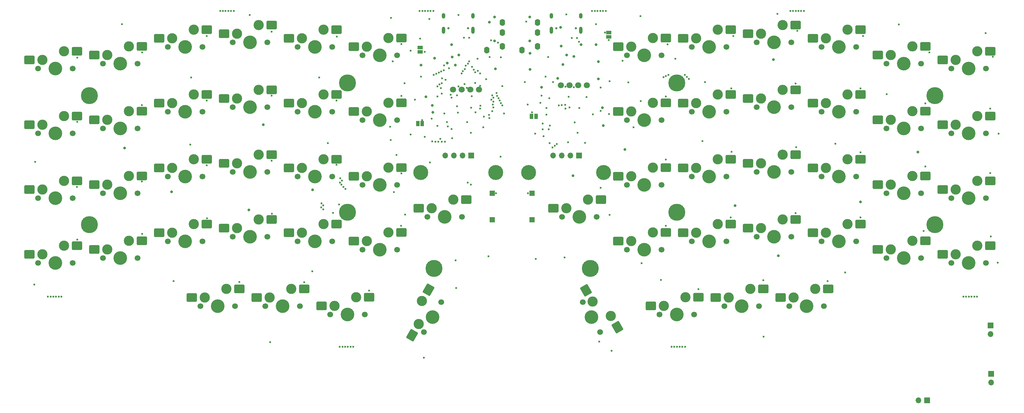
<source format=gbs>
G04 #@! TF.GenerationSoftware,KiCad,Pcbnew,8.0.7*
G04 #@! TF.CreationDate,2025-01-29T20:00:51+13:00*
G04 #@! TF.ProjectId,Koca,4b6f6361-2e6b-4696-9361-645f70636258,3*
G04 #@! TF.SameCoordinates,Original*
G04 #@! TF.FileFunction,Soldermask,Bot*
G04 #@! TF.FilePolarity,Negative*
%FSLAX46Y46*%
G04 Gerber Fmt 4.6, Leading zero omitted, Abs format (unit mm)*
G04 Created by KiCad (PCBNEW 8.0.7) date 2025-01-29 20:00:51*
%MOMM*%
%LPD*%
G01*
G04 APERTURE LIST*
G04 Aperture macros list*
%AMRoundRect*
0 Rectangle with rounded corners*
0 $1 Rounding radius*
0 $2 $3 $4 $5 $6 $7 $8 $9 X,Y pos of 4 corners*
0 Add a 4 corners polygon primitive as box body*
4,1,4,$2,$3,$4,$5,$6,$7,$8,$9,$2,$3,0*
0 Add four circle primitives for the rounded corners*
1,1,$1+$1,$2,$3*
1,1,$1+$1,$4,$5*
1,1,$1+$1,$6,$7*
1,1,$1+$1,$8,$9*
0 Add four rect primitives between the rounded corners*
20,1,$1+$1,$2,$3,$4,$5,0*
20,1,$1+$1,$4,$5,$6,$7,0*
20,1,$1+$1,$6,$7,$8,$9,0*
20,1,$1+$1,$8,$9,$2,$3,0*%
G04 Aperture macros list end*
%ADD10C,1.700000*%
%ADD11C,3.000000*%
%ADD12C,4.000000*%
%ADD13RoundRect,0.250000X-1.250000X-1.000000X1.250000X-1.000000X1.250000X1.000000X-1.250000X1.000000X0*%
%ADD14RoundRect,0.250000X0.241025X-1.582532X1.491025X0.582532X-0.241025X1.582532X-1.491025X-0.582532X0*%
%ADD15RoundRect,0.250000X-1.491025X0.582532X-0.241025X-1.582532X1.491025X-0.582532X0.241025X1.582532X0*%
%ADD16C,5.000000*%
%ADD17C,4.400000*%
%ADD18R,1.700000X1.700000*%
%ADD19O,1.700000X1.700000*%
%ADD20C,0.800000*%
%ADD21O,1.600000X2.000000*%
%ADD22C,0.600000*%
%ADD23C,0.650000*%
%ADD24O,1.000000X2.100000*%
%ADD25O,1.000000X1.600000*%
%ADD26R,1.500000X1.000000*%
%ADD27C,1.800000*%
%ADD28R,1.000000X1.500000*%
%ADD29R,1.500000X1.500000*%
G04 APERTURE END LIST*
D10*
X84020000Y-125800000D03*
D11*
X85290000Y-123260000D03*
D12*
X89100000Y-125800000D03*
D11*
X91640000Y-120720000D03*
D10*
X94180000Y-125800000D03*
D13*
X81480000Y-123260000D03*
X95450000Y-120720000D03*
D10*
X103070000Y-120950000D03*
D11*
X104340000Y-118410000D03*
D12*
X108150000Y-120950000D03*
D11*
X110690000Y-115870000D03*
D10*
X113230000Y-120950000D03*
D13*
X100530000Y-118410000D03*
X114500000Y-115870000D03*
D10*
X64970000Y-108200000D03*
D11*
X66240000Y-105660000D03*
D12*
X70050000Y-108200000D03*
D11*
X72590000Y-103120000D03*
D10*
X75130000Y-108200000D03*
D13*
X62430000Y-105660000D03*
X76400000Y-103120000D03*
D10*
X122120000Y-100500000D03*
D11*
X123390000Y-97960000D03*
D12*
X127200000Y-100500000D03*
D11*
X129740000Y-95420000D03*
D10*
X132280000Y-100500000D03*
D13*
X119580000Y-97960000D03*
X133550000Y-95420000D03*
D10*
X141170000Y-101900000D03*
D11*
X142440000Y-99360000D03*
D12*
X146250000Y-101900000D03*
D11*
X148790000Y-96820000D03*
D10*
X151330000Y-101900000D03*
D13*
X138630000Y-99360000D03*
X152600000Y-96820000D03*
D10*
X103070000Y-101900000D03*
D11*
X104340000Y-99360000D03*
D12*
X108150000Y-101900000D03*
D11*
X110690000Y-96820000D03*
D10*
X113230000Y-101900000D03*
D13*
X100530000Y-99360000D03*
X114500000Y-96820000D03*
D10*
X122120000Y-119550000D03*
D11*
X123390000Y-117010000D03*
D12*
X127200000Y-119550000D03*
D11*
X129740000Y-114470000D03*
D10*
X132280000Y-119550000D03*
D13*
X119580000Y-117010000D03*
X133550000Y-114470000D03*
D10*
X160220000Y-104300000D03*
D11*
X161490000Y-101760000D03*
D12*
X165300000Y-104300000D03*
D11*
X167840000Y-99220000D03*
D10*
X170380000Y-104300000D03*
D13*
X157680000Y-101760000D03*
X171650000Y-99220000D03*
D10*
X179270000Y-151850000D03*
D11*
X180540000Y-149310000D03*
D12*
X184350000Y-151850000D03*
D11*
X186890000Y-146770000D03*
D10*
X189430000Y-151850000D03*
D13*
X176730000Y-149310000D03*
X190700000Y-146770000D03*
D10*
X64970000Y-127250000D03*
D11*
X66240000Y-124710000D03*
D12*
X70050000Y-127250000D03*
D11*
X72590000Y-122170000D03*
D10*
X75130000Y-127250000D03*
D13*
X62430000Y-124710000D03*
X76400000Y-122170000D03*
D10*
X141170000Y-159050000D03*
D11*
X142440000Y-156510000D03*
D12*
X146250000Y-159050000D03*
D11*
X148790000Y-153970000D03*
D10*
X151330000Y-159050000D03*
D13*
X138630000Y-156510000D03*
X152600000Y-153970000D03*
D10*
X64970000Y-146300000D03*
D11*
X66240000Y-143760000D03*
D12*
X70050000Y-146300000D03*
D11*
X72590000Y-141220000D03*
D10*
X75130000Y-146300000D03*
D13*
X62430000Y-143760000D03*
X76400000Y-141220000D03*
D10*
X160220000Y-142400000D03*
D11*
X161490000Y-139860000D03*
D12*
X165300000Y-142400000D03*
D11*
X167840000Y-137320000D03*
D10*
X170380000Y-142400000D03*
D13*
X157680000Y-139860000D03*
X171650000Y-137320000D03*
D10*
X103070000Y-159050000D03*
D11*
X104340000Y-156510000D03*
D12*
X108150000Y-159050000D03*
D11*
X110690000Y-153970000D03*
D10*
X113230000Y-159050000D03*
D13*
X100530000Y-156510000D03*
X114500000Y-153970000D03*
D10*
X141170000Y-140000000D03*
D11*
X142440000Y-137460000D03*
D12*
X146250000Y-140000000D03*
D11*
X148790000Y-134920000D03*
D10*
X151330000Y-140000000D03*
D13*
X138630000Y-137460000D03*
X152600000Y-134920000D03*
D10*
X64970000Y-165350000D03*
D11*
X66240000Y-162810000D03*
D12*
X70050000Y-165350000D03*
D11*
X72590000Y-160270000D03*
D10*
X75130000Y-165350000D03*
D13*
X62430000Y-162810000D03*
X76400000Y-160270000D03*
D10*
X122120000Y-157650000D03*
D11*
X123390000Y-155110000D03*
D12*
X127200000Y-157650000D03*
D11*
X129740000Y-152570000D03*
D10*
X132280000Y-157650000D03*
D13*
X119580000Y-155110000D03*
X133550000Y-152570000D03*
D10*
X84020000Y-144850000D03*
D11*
X85290000Y-142310000D03*
D12*
X89100000Y-144850000D03*
D11*
X91640000Y-139770000D03*
D10*
X94180000Y-144850000D03*
D13*
X81480000Y-142310000D03*
X95450000Y-139770000D03*
D10*
X131670000Y-178100000D03*
D11*
X132940000Y-175560000D03*
D12*
X136750000Y-178100000D03*
D11*
X139290000Y-173020000D03*
D10*
X141830000Y-178100000D03*
D13*
X129130000Y-175560000D03*
X143100000Y-173020000D03*
D10*
X122120000Y-138600000D03*
D11*
X123390000Y-136060000D03*
D12*
X127200000Y-138600000D03*
D11*
X129740000Y-133520000D03*
D10*
X132280000Y-138600000D03*
D13*
X119580000Y-136060000D03*
X133550000Y-133520000D03*
D10*
X178260000Y-185699409D03*
D11*
X176695295Y-183329557D03*
D12*
X180800000Y-181300000D03*
D11*
X177670591Y-176560295D03*
D10*
X183340000Y-176900591D03*
D14*
X174790295Y-186629114D03*
X179575591Y-173260739D03*
D10*
X84020000Y-163900000D03*
D11*
X85290000Y-161360000D03*
D12*
X89100000Y-163900000D03*
D11*
X91640000Y-158820000D03*
D10*
X94180000Y-163900000D03*
D13*
X81480000Y-161360000D03*
X95450000Y-158820000D03*
D10*
X103070000Y-140000000D03*
D11*
X104340000Y-137460000D03*
D12*
X108150000Y-140000000D03*
D11*
X110690000Y-134920000D03*
D10*
X113230000Y-140000000D03*
D13*
X100530000Y-137460000D03*
X114500000Y-134920000D03*
D10*
X112620000Y-178100000D03*
D11*
X113890000Y-175560000D03*
D12*
X117700000Y-178100000D03*
D11*
X120240000Y-173020000D03*
D10*
X122780000Y-178100000D03*
D13*
X110080000Y-175560000D03*
X124050000Y-173020000D03*
D10*
X150720000Y-180500000D03*
D11*
X151990000Y-177960000D03*
D12*
X155800000Y-180500000D03*
D11*
X158340000Y-175420000D03*
D10*
X160880000Y-180500000D03*
D13*
X148180000Y-177960000D03*
X162150000Y-175420000D03*
D10*
X160220000Y-161450000D03*
D11*
X161490000Y-158910000D03*
D12*
X165300000Y-161450000D03*
D11*
X167840000Y-156370000D03*
D10*
X170380000Y-161450000D03*
D13*
X157680000Y-158910000D03*
X171650000Y-156370000D03*
D10*
X141170000Y-120950000D03*
D11*
X142440000Y-118410000D03*
D12*
X146250000Y-120950000D03*
D11*
X148790000Y-115870000D03*
D10*
X151330000Y-120950000D03*
D13*
X138630000Y-118410000D03*
X152600000Y-115870000D03*
D10*
X160220000Y-123350000D03*
D11*
X161490000Y-120810000D03*
D12*
X165300000Y-123350000D03*
D11*
X167840000Y-118270000D03*
D10*
X170380000Y-123350000D03*
D13*
X157680000Y-120810000D03*
X171650000Y-118270000D03*
D10*
X84020000Y-106750000D03*
D11*
X85290000Y-104210000D03*
D12*
X89100000Y-106750000D03*
D11*
X91640000Y-101670000D03*
D10*
X94180000Y-106750000D03*
D13*
X81480000Y-104210000D03*
X95450000Y-101670000D03*
D10*
X218826000Y-151850000D03*
D11*
X220096000Y-149310000D03*
D12*
X223906000Y-151850000D03*
D11*
X226446000Y-146770000D03*
D10*
X228986000Y-151850000D03*
D13*
X216286000Y-149310000D03*
X230256000Y-146770000D03*
D10*
X266426000Y-178100000D03*
D11*
X267696000Y-175560000D03*
D12*
X271506000Y-178100000D03*
D11*
X274046000Y-173020000D03*
D10*
X276586000Y-178100000D03*
D13*
X263886000Y-175560000D03*
X277856000Y-173020000D03*
D10*
X224916000Y-176900591D03*
D11*
X227750705Y-176730443D03*
D12*
X227456000Y-181300000D03*
D11*
X233125409Y-180959705D03*
D10*
X229996000Y-185699409D03*
D15*
X225845705Y-173430886D03*
X235030409Y-184259261D03*
D10*
X247376000Y-180500000D03*
D11*
X248646000Y-177960000D03*
D12*
X252456000Y-180500000D03*
D11*
X254996000Y-175420000D03*
D10*
X257536000Y-180500000D03*
D13*
X244836000Y-177960000D03*
X258806000Y-175420000D03*
D10*
X314076000Y-163900000D03*
D11*
X315346000Y-161360000D03*
D12*
X319156000Y-163900000D03*
D11*
X321696000Y-158820000D03*
D10*
X324236000Y-163900000D03*
D13*
X311536000Y-161360000D03*
X325506000Y-158820000D03*
D10*
X333126000Y-165350000D03*
D11*
X334396000Y-162810000D03*
D12*
X338206000Y-165350000D03*
D11*
X340746000Y-160270000D03*
D10*
X343286000Y-165350000D03*
D13*
X330586000Y-162810000D03*
X344556000Y-160270000D03*
D10*
X314076000Y-125800000D03*
D11*
X315346000Y-123260000D03*
D12*
X319156000Y-125800000D03*
D11*
X321696000Y-120720000D03*
D10*
X324236000Y-125800000D03*
D13*
X311536000Y-123260000D03*
X325506000Y-120720000D03*
D10*
X295026000Y-140000000D03*
D11*
X296296000Y-137460000D03*
D12*
X300106000Y-140000000D03*
D11*
X302646000Y-134920000D03*
D10*
X305186000Y-140000000D03*
D13*
X292486000Y-137460000D03*
X306456000Y-134920000D03*
D10*
X256926000Y-159050000D03*
D11*
X258196000Y-156510000D03*
D12*
X262006000Y-159050000D03*
D11*
X264546000Y-153970000D03*
D10*
X267086000Y-159050000D03*
D13*
X254386000Y-156510000D03*
X268356000Y-153970000D03*
D10*
X285476000Y-178100000D03*
D11*
X286746000Y-175560000D03*
D12*
X290556000Y-178100000D03*
D11*
X293096000Y-173020000D03*
D10*
X295636000Y-178100000D03*
D13*
X282936000Y-175560000D03*
X296906000Y-173020000D03*
D10*
X295026000Y-159050000D03*
D11*
X296296000Y-156510000D03*
D12*
X300106000Y-159050000D03*
D11*
X302646000Y-153970000D03*
D10*
X305186000Y-159050000D03*
D13*
X292486000Y-156510000D03*
X306456000Y-153970000D03*
D10*
X314076000Y-144850000D03*
D11*
X315346000Y-142310000D03*
D12*
X319156000Y-144850000D03*
D11*
X321696000Y-139770000D03*
D10*
X324236000Y-144850000D03*
D13*
X311536000Y-142310000D03*
X325506000Y-139770000D03*
D10*
X333126000Y-146300000D03*
D11*
X334396000Y-143760000D03*
D12*
X338206000Y-146300000D03*
D11*
X340746000Y-141220000D03*
D10*
X343286000Y-146300000D03*
D13*
X330586000Y-143760000D03*
X344556000Y-141220000D03*
D10*
X237876000Y-161450000D03*
D11*
X239146000Y-158910000D03*
D12*
X242956000Y-161450000D03*
D11*
X245496000Y-156370000D03*
D10*
X248036000Y-161450000D03*
D13*
X235336000Y-158910000D03*
X249306000Y-156370000D03*
D10*
X275976000Y-157650000D03*
D11*
X277246000Y-155110000D03*
D12*
X281056000Y-157650000D03*
D11*
X283596000Y-152570000D03*
D10*
X286136000Y-157650000D03*
D13*
X273436000Y-155110000D03*
X287406000Y-152570000D03*
D10*
X314076000Y-106750000D03*
D11*
X315346000Y-104210000D03*
D12*
X319156000Y-106750000D03*
D11*
X321696000Y-101670000D03*
D10*
X324236000Y-106750000D03*
D13*
X311536000Y-104210000D03*
X325506000Y-101670000D03*
D10*
X333126000Y-108200000D03*
D11*
X334396000Y-105660000D03*
D12*
X338206000Y-108200000D03*
D11*
X340746000Y-103120000D03*
D10*
X343286000Y-108200000D03*
D13*
X330586000Y-105660000D03*
X344556000Y-103120000D03*
D10*
X333126000Y-127250000D03*
D11*
X334396000Y-124710000D03*
D12*
X338206000Y-127250000D03*
D11*
X340746000Y-122170000D03*
D10*
X343286000Y-127250000D03*
D13*
X330586000Y-124710000D03*
X344556000Y-122170000D03*
D10*
X256926000Y-140000000D03*
D11*
X258196000Y-137460000D03*
D12*
X262006000Y-140000000D03*
D11*
X264546000Y-134920000D03*
D10*
X267086000Y-140000000D03*
D13*
X254386000Y-137460000D03*
X268356000Y-134920000D03*
D10*
X237876000Y-123350000D03*
D11*
X239146000Y-120810000D03*
D12*
X242956000Y-123350000D03*
D11*
X245496000Y-118270000D03*
D10*
X248036000Y-123350000D03*
D13*
X235336000Y-120810000D03*
X249306000Y-118270000D03*
D10*
X237876000Y-104300000D03*
D11*
X239146000Y-101760000D03*
D12*
X242956000Y-104300000D03*
D11*
X245496000Y-99220000D03*
D10*
X248036000Y-104300000D03*
D13*
X235336000Y-101760000D03*
X249306000Y-99220000D03*
D10*
X295026000Y-120950000D03*
D11*
X296296000Y-118410000D03*
D12*
X300106000Y-120950000D03*
D11*
X302646000Y-115870000D03*
D10*
X305186000Y-120950000D03*
D13*
X292486000Y-118410000D03*
X306456000Y-115870000D03*
D10*
X256926000Y-101900000D03*
D11*
X258196000Y-99360000D03*
D12*
X262006000Y-101900000D03*
D11*
X264546000Y-96820000D03*
D10*
X267086000Y-101900000D03*
D13*
X254386000Y-99360000D03*
X268356000Y-96820000D03*
D10*
X275976000Y-100500000D03*
D11*
X277246000Y-97960000D03*
D12*
X281056000Y-100500000D03*
D11*
X283596000Y-95420000D03*
D10*
X286136000Y-100500000D03*
D13*
X273436000Y-97960000D03*
X287406000Y-95420000D03*
D10*
X295026000Y-101900000D03*
D11*
X296296000Y-99360000D03*
D12*
X300106000Y-101900000D03*
D11*
X302646000Y-96820000D03*
D10*
X305186000Y-101900000D03*
D13*
X292486000Y-99360000D03*
X306456000Y-96820000D03*
D10*
X237876000Y-142400000D03*
D11*
X239146000Y-139860000D03*
D12*
X242956000Y-142400000D03*
D11*
X245496000Y-137320000D03*
D10*
X248036000Y-142400000D03*
D13*
X235336000Y-139860000D03*
X249306000Y-137320000D03*
D10*
X256926000Y-120950000D03*
D11*
X258196000Y-118410000D03*
D12*
X262006000Y-120950000D03*
D11*
X264546000Y-115870000D03*
D10*
X267086000Y-120950000D03*
D13*
X254386000Y-118410000D03*
X268356000Y-115870000D03*
D10*
X275976000Y-119550000D03*
D11*
X277246000Y-117010000D03*
D12*
X281056000Y-119550000D03*
D11*
X283596000Y-114470000D03*
D10*
X286136000Y-119550000D03*
D13*
X273436000Y-117010000D03*
X287406000Y-114470000D03*
D10*
X275976000Y-138600000D03*
D11*
X277246000Y-136060000D03*
D12*
X281056000Y-138600000D03*
D11*
X283596000Y-133520000D03*
D10*
X286136000Y-138600000D03*
D13*
X273436000Y-136060000D03*
X287406000Y-133520000D03*
D16*
X80000000Y-116150000D03*
X227056000Y-166950000D03*
D17*
X177300000Y-138800000D03*
D18*
X344600000Y-183760000D03*
D19*
X344600000Y-186300000D03*
D20*
X198969478Y-93080008D03*
X198969478Y-100080008D03*
D21*
X201269478Y-97680008D03*
X201269478Y-94680008D03*
X196669478Y-102780008D03*
X201269478Y-101680008D03*
D16*
X181200000Y-166950000D03*
D20*
X209286860Y-93080008D03*
X209286860Y-100080008D03*
D21*
X211586860Y-97680008D03*
X211586860Y-94680008D03*
X206986860Y-102780008D03*
X211586860Y-101680008D03*
D22*
X122414800Y-91287600D03*
X121614800Y-91287600D03*
X120814800Y-91287600D03*
X120014800Y-91287600D03*
X119214800Y-91287600D03*
X118414800Y-91287600D03*
D16*
X155800000Y-150450000D03*
X328256000Y-116150000D03*
X80000000Y-154150000D03*
D22*
X180987600Y-91287600D03*
X180187600Y-91287600D03*
X179387600Y-91287600D03*
X178587600Y-91287600D03*
X177787600Y-91287600D03*
X176987600Y-91287600D03*
D16*
X252456000Y-150450000D03*
D23*
X191190000Y-96400000D03*
X185410000Y-96400000D03*
D24*
X192620000Y-96930000D03*
D25*
X192620000Y-92750000D03*
D24*
X183980000Y-96930000D03*
D25*
X183980000Y-92750000D03*
D17*
X230956000Y-138800000D03*
D22*
X250926800Y-189992000D03*
X251726800Y-189992000D03*
X252526800Y-189992000D03*
X253326800Y-189992000D03*
X254126800Y-189992000D03*
X254926800Y-189992000D03*
D16*
X252456000Y-112450000D03*
D18*
X223766000Y-133800000D03*
D19*
X221226000Y-133800000D03*
X218686000Y-133800000D03*
X216146000Y-133800000D03*
D22*
X289813600Y-91287600D03*
X289013600Y-91287600D03*
X288213600Y-91287600D03*
X287413600Y-91287600D03*
X286613600Y-91287600D03*
X285813600Y-91287600D03*
D23*
X222846000Y-96400000D03*
X217066000Y-96400000D03*
D24*
X224276000Y-96930000D03*
D25*
X224276000Y-92750000D03*
D24*
X215636000Y-96930000D03*
D25*
X215636000Y-92750000D03*
D18*
X325946000Y-205746000D03*
D19*
X323406000Y-205746000D03*
D17*
X208956000Y-138800000D03*
D22*
X67831200Y-175260000D03*
X68631200Y-175260000D03*
X69431200Y-175260000D03*
X70231200Y-175260000D03*
X71031200Y-175260000D03*
X71831200Y-175260000D03*
D16*
X155800000Y-112450000D03*
D22*
X336639200Y-175260000D03*
X337439200Y-175260000D03*
X338239200Y-175260000D03*
X339039200Y-175260000D03*
X339839200Y-175260000D03*
X340639200Y-175260000D03*
D18*
X344800000Y-197960000D03*
D19*
X344800000Y-200500000D03*
D22*
X153518000Y-189992000D03*
X154318000Y-189992000D03*
X155118000Y-189992000D03*
X155918000Y-189992000D03*
X156718000Y-189992000D03*
X157518000Y-189992000D03*
D16*
X328256000Y-154150000D03*
D17*
X199300000Y-138800000D03*
D18*
X192110000Y-133800000D03*
D19*
X189570000Y-133800000D03*
X187030000Y-133800000D03*
X184490000Y-133800000D03*
D22*
X231616000Y-91288400D03*
X230816000Y-91288400D03*
X230016000Y-91288400D03*
X229216000Y-91288400D03*
X228416000Y-91288400D03*
X227616000Y-91288400D03*
D26*
X232500000Y-98950000D03*
X232500000Y-97650000D03*
D27*
X218480000Y-113150000D03*
X221020000Y-113150000D03*
X223560000Y-113150000D03*
X226100000Y-113150000D03*
D28*
X211150000Y-122300000D03*
X209850000Y-122300000D03*
D27*
X186820000Y-114400000D03*
X189360000Y-114400000D03*
X191900000Y-114400000D03*
X194440000Y-114400000D03*
D26*
X177150000Y-103350000D03*
X177150000Y-102050000D03*
D29*
X198300000Y-152700000D03*
X198300000Y-144900000D03*
X209956000Y-152700000D03*
X209956000Y-144900000D03*
D28*
X176438800Y-124409200D03*
X177738800Y-124409200D03*
D20*
X197459600Y-94589600D03*
D22*
X175615600Y-117348000D03*
D20*
X178816000Y-116535200D03*
D22*
X197231000Y-163449000D03*
D20*
X199200000Y-108300000D03*
D22*
X64109600Y-135686800D03*
X198312500Y-120787500D03*
X192125600Y-119735600D03*
D20*
X180644800Y-119024400D03*
X187452000Y-107188000D03*
D22*
X188417200Y-92481400D03*
X172720000Y-151180800D03*
X178206400Y-193192400D03*
X169418000Y-144526000D03*
X187502800Y-164642800D03*
X186385200Y-126034800D03*
X170180000Y-133654800D03*
D20*
X185100000Y-106650000D03*
D22*
X172516800Y-112547400D03*
X168300400Y-125323600D03*
X89560400Y-95148400D03*
X184979000Y-124002800D03*
X133096000Y-188671200D03*
X190906400Y-123952000D03*
X147523200Y-110845600D03*
X109880400Y-110845600D03*
X109677200Y-130606800D03*
D20*
X145542000Y-143865600D03*
X186400000Y-101200000D03*
D22*
X150012400Y-130149600D03*
X174345600Y-127635000D03*
X194005200Y-105359200D03*
X174350000Y-102950000D03*
X184150000Y-107300000D03*
X196494400Y-111353600D03*
D20*
X104140000Y-144475200D03*
D22*
X192000000Y-127100000D03*
D20*
X126847600Y-149758400D03*
D22*
X104698800Y-170688000D03*
X200710800Y-134112000D03*
X187960000Y-119278400D03*
X63804800Y-171704000D03*
X201800000Y-121400000D03*
X178511200Y-128320800D03*
X192278000Y-116332000D03*
X186537600Y-128727200D03*
X168503600Y-129184400D03*
X201275000Y-113385600D03*
X187960000Y-116128800D03*
X180492400Y-122936000D03*
D20*
X181350000Y-105200000D03*
D22*
X127050800Y-92456000D03*
X168605200Y-93319600D03*
X151536400Y-150672800D03*
D20*
X131064000Y-124714000D03*
D22*
X195681600Y-125526800D03*
D20*
X90373200Y-131622800D03*
D22*
X169062400Y-106070400D03*
X145491200Y-167843200D03*
X179850000Y-93700000D03*
X231400000Y-97650000D03*
X183074000Y-128905000D03*
X199400000Y-144900000D03*
X177150000Y-99450000D03*
X200800000Y-104900000D03*
X200000000Y-100600000D03*
X198000000Y-99900000D03*
X197500000Y-104800000D03*
X188350000Y-113500000D03*
X190804800Y-113893600D03*
X193357955Y-121065918D03*
X195834000Y-122377200D03*
X221625000Y-99225000D03*
X223156000Y-99225000D03*
X177749200Y-123342400D03*
X186334400Y-116738400D03*
X182168800Y-116450000D03*
X215036400Y-116941600D03*
X212394800Y-118262400D03*
X76450000Y-105000000D03*
X181135711Y-110125000D03*
X189344000Y-109664634D03*
X181866279Y-109775000D03*
X189700716Y-108948562D03*
X95500000Y-103500000D03*
X190239205Y-108356925D03*
X182612638Y-109425000D03*
X114500000Y-98650000D03*
X183349429Y-109075278D03*
X190550000Y-107400000D03*
X133550000Y-97350000D03*
X184068671Y-108725000D03*
X191150000Y-106800000D03*
X152650000Y-98800000D03*
X191507772Y-106084456D03*
X171650000Y-101050000D03*
X185572400Y-108150000D03*
X199600000Y-115450000D03*
X193338040Y-112489840D03*
X76450000Y-123900000D03*
X183235600Y-114025000D03*
X190195200Y-112776000D03*
X95450000Y-118950000D03*
X194027039Y-108933513D03*
X182770225Y-112875000D03*
X194700000Y-109650000D03*
X114500000Y-117650000D03*
X182214011Y-113450000D03*
X133550000Y-116200000D03*
X183489600Y-112525000D03*
X193344000Y-109350000D03*
D20*
X186500000Y-104800000D03*
X188475000Y-104208132D03*
X220100000Y-104250000D03*
X209423000Y-103759000D03*
X218366305Y-96125000D03*
X222300000Y-104675000D03*
D22*
X184550000Y-111500000D03*
X152600000Y-117650000D03*
X192844000Y-108550000D03*
X183550000Y-111100000D03*
X171650000Y-116300000D03*
X192344000Y-107700000D03*
X198476053Y-118786012D03*
X76400000Y-143050000D03*
X201220685Y-119084063D03*
X200838683Y-118381156D03*
X198625000Y-118000000D03*
X95450000Y-141450000D03*
X198051167Y-117378429D03*
X114500000Y-136700000D03*
X200516992Y-117648681D03*
X198625000Y-116816133D03*
X133550000Y-135300000D03*
X200145905Y-116939950D03*
X152600000Y-136500000D03*
X198268413Y-116100000D03*
X199775000Y-116231125D03*
X171650000Y-139050000D03*
X76454000Y-158496000D03*
X148132800Y-147825000D03*
X153670000Y-140462000D03*
X154200785Y-141151998D03*
X95504000Y-156845000D03*
X148691600Y-148437600D03*
X114554000Y-152273000D03*
X148107400Y-149047200D03*
X153570998Y-141726998D03*
X133604000Y-150876000D03*
X194758000Y-119989413D03*
X154051000Y-142367000D03*
X197485000Y-122809000D03*
X148656959Y-149628568D03*
X154619000Y-142996998D03*
X197358000Y-121860000D03*
X194831025Y-119112975D03*
X153350000Y-148175000D03*
X171577000Y-154432000D03*
X155194000Y-143637000D03*
X183515000Y-129755000D03*
X124079000Y-170942000D03*
X191135000Y-141732000D03*
X192024000Y-142367000D03*
X143129000Y-171069000D03*
X184404000Y-129755000D03*
X162179000Y-173482000D03*
X182499000Y-129755000D03*
X187706000Y-172720000D03*
X181610000Y-129755000D03*
X180721000Y-129667000D03*
X249809000Y-101092000D03*
D20*
X180850000Y-121100000D03*
D22*
X177350000Y-110575000D03*
X185216800Y-125272800D03*
X179984400Y-135839200D03*
X194767200Y-113284000D03*
X182168800Y-125069600D03*
X178450000Y-103350000D03*
X198625000Y-119657821D03*
D20*
X177350000Y-107200000D03*
D22*
X269113000Y-98679000D03*
D20*
X230632000Y-119700000D03*
D22*
X225600000Y-130079000D03*
D20*
X230886000Y-124968000D03*
X217525600Y-111125000D03*
X229489000Y-106172000D03*
X229489000Y-111236000D03*
X212747202Y-113752798D03*
D22*
X232500000Y-99850000D03*
X214900000Y-126100000D03*
X214200000Y-121800000D03*
X287909000Y-97155000D03*
X307213000Y-98679000D03*
X326644000Y-103505000D03*
X191531000Y-99183132D03*
X190000000Y-99183132D03*
X345313000Y-104775000D03*
X249301000Y-116459000D03*
X256006600Y-111252000D03*
X248564400Y-110786000D03*
X268478000Y-114046000D03*
X249301000Y-110436000D03*
X255447800Y-110642400D03*
X287401000Y-112649000D03*
X250063000Y-110086000D03*
X306451000Y-114046000D03*
X254863600Y-110086000D03*
X325501000Y-118491000D03*
X344551000Y-120015000D03*
X249301000Y-135001000D03*
X268605000Y-132715000D03*
X287528000Y-131318000D03*
X306451000Y-132842000D03*
X325501000Y-137033000D03*
X344551000Y-138938000D03*
X249301000Y-154432000D03*
X268351000Y-152019000D03*
X287401000Y-150749000D03*
X306451000Y-152019000D03*
X324993000Y-155956000D03*
X344678000Y-157607000D03*
X230124000Y-143256000D03*
X229743000Y-188468000D03*
X216027000Y-131445000D03*
X258826000Y-173101000D03*
X217816733Y-119063094D03*
X218694000Y-118999000D03*
X216662000Y-130937000D03*
X277876000Y-170434000D03*
X217297000Y-130429000D03*
X219710000Y-118872000D03*
X296799000Y-170688000D03*
X219805117Y-113601744D03*
X222278278Y-113763794D03*
X220957000Y-119657000D03*
X219762500Y-119962500D03*
X213100000Y-124400000D03*
X208800000Y-144900000D03*
X213100000Y-126100000D03*
X210000000Y-121100000D03*
X317703200Y-95250000D03*
D20*
X224340000Y-101230000D03*
D22*
X260756400Y-112217200D03*
D20*
X237236000Y-132029200D03*
D22*
X343154000Y-97790000D03*
D20*
X221996000Y-139700000D03*
X280873200Y-105613200D03*
D22*
X216154000Y-112166400D03*
X223875600Y-119811800D03*
X227838000Y-121666000D03*
X220014800Y-92303600D03*
X207822800Y-112166400D03*
X215265000Y-124968000D03*
X236575600Y-105918000D03*
D20*
X218499994Y-101600007D03*
D22*
X232613200Y-121564400D03*
X208737200Y-118821200D03*
X346964000Y-127355600D03*
D20*
X269595600Y-148539200D03*
X219075000Y-107061000D03*
D22*
X214223600Y-119786400D03*
X219506800Y-163728400D03*
X230124000Y-113792000D03*
X232765600Y-151231600D03*
X241858800Y-117805200D03*
X225958400Y-116586000D03*
X232765600Y-111912400D03*
X247802400Y-170332400D03*
X215138000Y-130175000D03*
X239776000Y-125476000D03*
X223400000Y-127100000D03*
X222504000Y-124079000D03*
X252095000Y-105308400D03*
X220600000Y-129900000D03*
D20*
X209423000Y-108458000D03*
D22*
X208280000Y-94437200D03*
X214731600Y-104851200D03*
X213969600Y-110591600D03*
X238252000Y-112268000D03*
X301955200Y-168198800D03*
D20*
X323240400Y-132791200D03*
D22*
X211074000Y-164211000D03*
X228750000Y-95200000D03*
X212770000Y-116200000D03*
X220726000Y-116535200D03*
X233324400Y-191211200D03*
X213360000Y-128143000D03*
X230124000Y-120650000D03*
D20*
X306374800Y-147421600D03*
D22*
X282041600Y-92151200D03*
X241808000Y-92811600D03*
X223790000Y-100320000D03*
X277977600Y-187045600D03*
X210947000Y-127381000D03*
X299008800Y-130302000D03*
X260045200Y-129590800D03*
D20*
X228800000Y-101200000D03*
D22*
X242115230Y-165437851D03*
X314147200Y-115722400D03*
X346710000Y-165252400D03*
D20*
X282295600Y-163271200D03*
D22*
X188214000Y-121160000D03*
X184251600Y-121412000D03*
X186132458Y-115911761D03*
X183438800Y-115620800D03*
M02*

</source>
